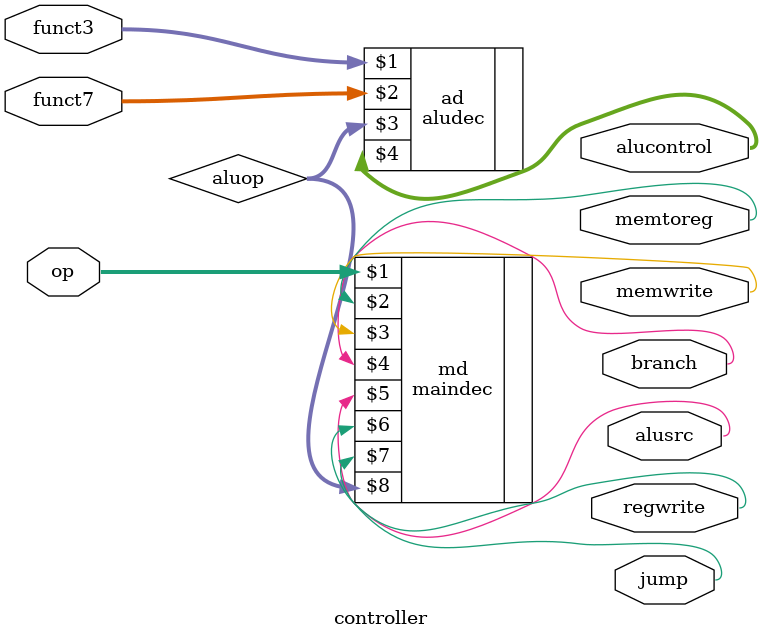
<source format=sv>
module controller(
    input  logic [6:0] op,
    input  logic [2:0] funct3,
    input  logic [6:0] funct7,
    output logic memtoreg, memwrite, branch, alusrc, regwrite, jump,
    output logic [3:0] alucontrol
);
    logic [1:0] aluop;

    maindec md(op, memtoreg, memwrite, branch, alusrc, regwrite, jump, aluop);
    aludec ad(funct3, funct7, aluop, alucontrol);
endmodule

</source>
